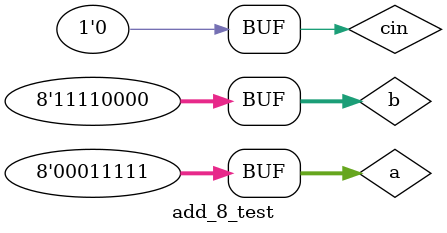
<source format=v>
`timescale 1ns / 1ps


module add_8_test(

    );
    reg [7:0] a,b;
    wire [7:0] sum;
    reg cin;
    wire co;
    add_8 u0(
        .a(a),
        .b(b),
        .cin(cin),
        .s(sum),
        .co(co)
        );
    initial begin
        $dumpfile("testadd_8.vcd");
        $dumpvars;
        a=8'b0000_1111;     b=8'b1111_0000;     cin=0;
        $monitor ("%0t a=%8b b=%8b cin=%1b sum=%8b co=%1b", $time, a, b, cin,sum,co);
        #200; 
        a=8'b0101_0101;     b=8'b1010_1010;     cin=0;
        $monitor ("%0t a=%8b b=%8b cin=%1b sum=%8b co=%1b", $time, a, b, cin,sum,co);
        #200; 
        a=8'b0000_1111;     b=8'b1111_0000;     cin=1;
        $monitor ("%0t a=%8b b=%8b cin=%1b sum=%8b co=%1b", $time, a, b, cin,sum,co);
        #200; 
        a=8'b0001_1111;     b=8'b1111_0000;     cin=0;
        $monitor ("%0t a=%8b b=%8b cin=%1b sum=%8b co=%1b", $time, a, b, cin,sum,co);                  
        #200; 
    
    end
endmodule

</source>
